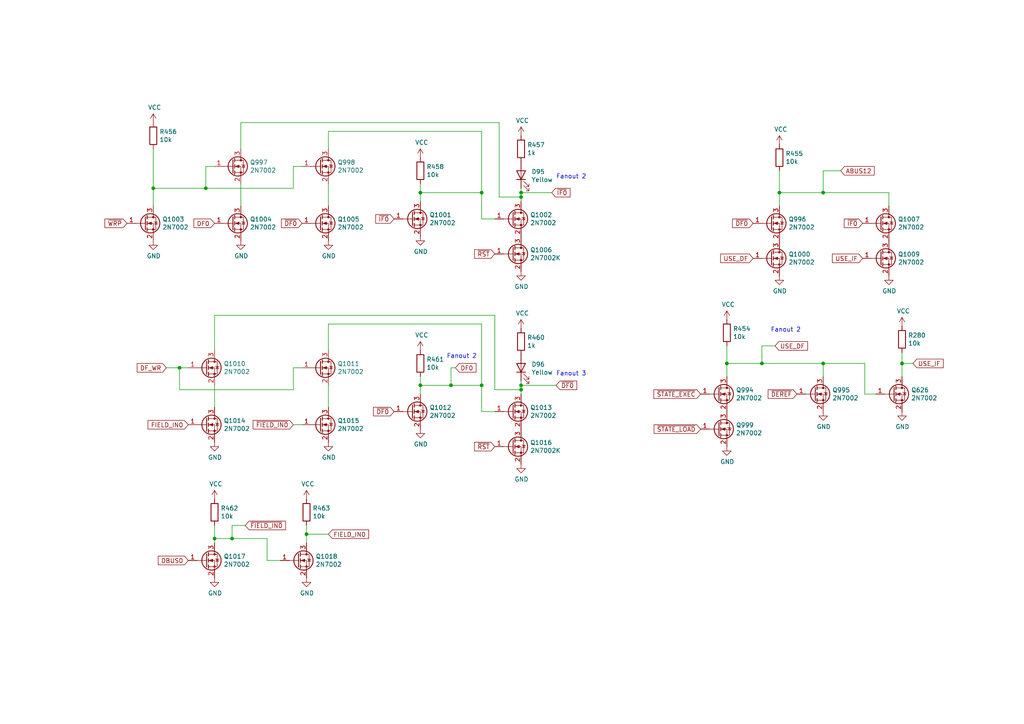
<source format=kicad_sch>
(kicad_sch (version 20230121) (generator eeschema)
  (paper "A4")
  (title_block (title "Q2 Computer") (date "2022-04-16") (rev "4c") (company "joewing.net"))
  (lib_symbols
    (symbol "Device:LED" (pin_numbers hide) (pin_names (offset 1.016) hide)
      (property "Reference" "D" (at 0 2.54 0))
      (property "Value" "LED" (at 0 -2.54 0))
      (symbol "LED_0_1"
        (polyline (pts (xy -1.27 -1.27) (xy -1.27 1.27)) (stroke (width 0.254)))
        (polyline (pts (xy -1.27 0) (xy 1.27 0)))
        (polyline (pts (xy 1.27 -1.27) (xy 1.27 1.27) (xy -1.27 0) (xy 1.27 -1.27)) (stroke (width 0.254)))
        (polyline (pts (xy -3.048 -0.762) (xy -4.572 -2.286) (xy -3.81 -2.286) (xy -4.572 -2.286) (xy -4.572 -1.524)))
        (polyline (pts (xy -1.778 -0.762) (xy -3.302 -2.286) (xy -2.54 -2.286) (xy -3.302 -2.286) (xy -3.302 -1.524)))
      )
      (symbol "LED_1_1"
        (pin passive line (at -3.81 0 0) (length 2.54) (name "K") (number "1"))
        (pin passive line (at 3.81 0 180) (length 2.54) (name "A") (number "2"))
      )
    )
    (symbol "Device:R" (pin_numbers hide) (pin_names (offset 0))
      (property "Reference" "R" (at 2.032 0 90))
      (property "Value" "R" (at 0 0 90))
      (symbol "R_0_1"
        (rectangle (start -1.016 -2.54) (end 1.016 2.54) (stroke (width 0.254)))
      )
      (symbol "R_1_1"
        (pin passive line (at 0 3.81 270) (length 1.27) (name "~") (number "1"))
        (pin passive line (at 0 -3.81 90) (length 1.27) (name "~") (number "2"))
      )
    )
    (symbol "Transistor_FET:2N7002" (pin_names hide)
      (property "Reference" "Q" (at 5.08 1.905 0))
      (property "Value" "2N7002" (at 5.08 0 0))
      (symbol "2N7002_0_1"
        (polyline (pts (xy 0.254 0) (xy -2.54 0)))
        (polyline (pts (xy 0.254 1.905) (xy 0.254 -1.905)) (stroke (width 0.254)))
        (polyline (pts (xy 0.762 -1.27) (xy 0.762 -2.286)) (stroke (width 0.254)))
        (polyline (pts (xy 0.762 0.508) (xy 0.762 -0.508)) (stroke (width 0.254)))
        (polyline (pts (xy 0.762 2.286) (xy 0.762 1.27)) (stroke (width 0.254)))
        (polyline (pts (xy 2.54 2.54) (xy 2.54 1.778)))
        (polyline (pts (xy 2.54 -2.54) (xy 2.54 0) (xy 0.762 0)))
        (polyline (pts (xy 0.762 -1.778) (xy 3.302 -1.778) (xy 3.302 1.778) (xy 0.762 1.778)))
        (polyline (pts (xy 1.016 0) (xy 2.032 0.381) (xy 2.032 -0.381) (xy 1.016 0)) (fill (type outline)))
        (polyline (pts (xy 2.794 0.508) (xy 2.921 0.381) (xy 3.683 0.381) (xy 3.81 0.254)))
        (polyline (pts (xy 3.302 0.381) (xy 2.921 -0.254) (xy 3.683 -0.254) (xy 3.302 0.381)))
        (circle (center 1.651 0) (radius 2.794) (stroke (width 0.254)))
        (circle (center 2.54 -1.778) (radius 0.254) (fill (type outline)))
        (circle (center 2.54 1.778) (radius 0.254) (fill (type outline)))
      )
      (symbol "2N7002_1_1"
        (pin input line (at -5.08 0 0) (length 2.54) (name "G") (number "1"))
        (pin passive line (at 2.54 -5.08 90) (length 2.54) (name "S") (number "2"))
        (pin passive line (at 2.54 5.08 270) (length 2.54) (name "D") (number "3"))
      )
    )
    (symbol "power:GND" (power) (pin_names (offset 0))
      (property "Value" "GND" (at 0 -3.81 0))
      (symbol "GND_0_1"
        (polyline (pts (xy 0 0) (xy 0 -1.27) (xy 1.27 -1.27) (xy 0 -2.54) (xy -1.27 -1.27) (xy 0 -1.27)))
      )
      (symbol "GND_1_1"
        (pin power_in line (at 0 0 270) (length 0) hide (name "GND") (number "1"))
      )
    )
    (symbol "power:VCC" (power) (pin_names (offset 0))
      (property "Value" "VCC" (at 0 3.81 0))
      (symbol "VCC_0_1"
        (polyline (pts (xy -0.762 1.27) (xy 0 2.54)))
        (polyline (pts (xy 0 0) (xy 0 2.54)))
        (polyline (pts (xy 0 2.54) (xy 0.762 1.27)))
      )
      (symbol "VCC_1_1"
        (pin power_in line (at 0 0 90) (length 0) hide (name "VCC") (number "1"))
      )
    )
  )
  (junction (at 67.31 156.21))
  (junction (at 59.69 54.61))
  (junction (at 88.9 154.94))
  (junction (at 151.13 111.76))
  (junction (at 238.76 105.41))
  (junction (at 121.92 111.76))
  (junction (at 130.81 111.76))
  (junction (at 151.13 113.03))
  (junction (at 151.13 55.88))
  (junction (at 238.76 55.88))
  (junction (at 261.62 105.41))
  (junction (at 139.7 55.88))
  (junction (at 52.07 106.68))
  (junction (at 44.45 54.61))
  (junction (at 151.13 57.15))
  (junction (at 210.82 105.41))
  (junction (at 62.23 156.21))
  (junction (at 226.06 55.88))
  (junction (at 220.98 105.41))
  (junction (at 121.92 55.88))
  (junction (at 139.7 111.76))
  (wire (pts (xy 95.25 59.69) (xy 95.25 53.34)))
  (wire (pts (xy 238.76 105.41) (xy 238.76 109.22)))
  (wire (pts (xy 210.82 100.33) (xy 210.82 105.41)))
  (wire (pts (xy 139.7 111.76) (xy 130.81 111.76)))
  (wire (pts (xy 151.13 55.88) (xy 151.13 57.15)))
  (wire (pts (xy 59.69 54.61) (xy 85.09 54.61)))
  (wire (pts (xy 226.06 55.88) (xy 226.06 59.69)))
  (wire (pts (xy 139.7 93.98) (xy 139.7 111.76)))
  (wire (pts (xy 143.51 91.44) (xy 143.51 113.03)))
  (wire (pts (xy 143.51 113.03) (xy 151.13 113.03)))
  (wire (pts (xy 151.13 110.49) (xy 151.13 111.76)))
  (wire (pts (xy 143.51 119.38) (xy 139.7 119.38)))
  (wire (pts (xy 261.62 105.41) (xy 264.795 105.41)))
  (wire (pts (xy 85.09 48.26) (xy 87.63 48.26)))
  (wire (pts (xy 62.23 101.6) (xy 62.23 91.44)))
  (wire (pts (xy 121.92 53.34) (xy 121.92 55.88)))
  (wire (pts (xy 44.45 43.18) (xy 44.45 54.61)))
  (wire (pts (xy 95.25 118.11) (xy 95.25 111.76)))
  (wire (pts (xy 143.51 63.5) (xy 139.7 63.5)))
  (wire (pts (xy 139.7 63.5) (xy 139.7 55.88)))
  (wire (pts (xy 121.92 109.22) (xy 121.92 111.76)))
  (wire (pts (xy 69.85 35.56) (xy 144.78 35.56)))
  (wire (pts (xy 62.23 111.76) (xy 62.23 118.11)))
  (wire (pts (xy 121.92 55.88) (xy 121.92 58.42)))
  (wire (pts (xy 144.78 35.56) (xy 144.78 57.15)))
  (wire (pts (xy 95.25 154.94) (xy 88.9 154.94)))
  (wire (pts (xy 77.47 162.56) (xy 77.47 156.21)))
  (wire (pts (xy 139.7 38.1) (xy 139.7 55.88)))
  (wire (pts (xy 238.76 49.53) (xy 238.76 55.88)))
  (wire (pts (xy 220.98 105.41) (xy 238.76 105.41)))
  (wire (pts (xy 161.29 111.76) (xy 151.13 111.76)))
  (wire (pts (xy 71.12 152.4) (xy 67.31 152.4)))
  (wire (pts (xy 160.02 55.88) (xy 151.13 55.88)))
  (wire (pts (xy 261.62 105.41) (xy 261.62 109.22)))
  (wire (pts (xy 69.85 43.18) (xy 69.85 35.56)))
  (wire (pts (xy 151.13 111.76) (xy 151.13 113.03)))
  (wire (pts (xy 59.69 48.26) (xy 62.23 48.26)))
  (wire (pts (xy 243.84 49.53) (xy 238.76 49.53)))
  (wire (pts (xy 250.825 105.41) (xy 238.76 105.41)))
  (wire (pts (xy 81.28 162.56) (xy 77.47 162.56)))
  (wire (pts (xy 132.08 106.68) (xy 130.81 106.68)))
  (wire (pts (xy 95.25 43.18) (xy 95.25 38.1)))
  (wire (pts (xy 95.25 93.98) (xy 139.7 93.98)))
  (wire (pts (xy 139.7 119.38) (xy 139.7 111.76)))
  (wire (pts (xy 121.92 111.76) (xy 121.92 114.3)))
  (wire (pts (xy 62.23 156.21) (xy 62.23 157.48)))
  (wire (pts (xy 226.06 55.88) (xy 238.76 55.88)))
  (wire (pts (xy 85.09 106.68) (xy 87.63 106.68)))
  (wire (pts (xy 48.26 106.68) (xy 52.07 106.68)))
  (wire (pts (xy 85.09 54.61) (xy 85.09 48.26)))
  (wire (pts (xy 254 114.3) (xy 250.825 114.3)))
  (wire (pts (xy 261.62 102.235) (xy 261.62 105.41)))
  (wire (pts (xy 87.63 123.19) (xy 85.09 123.19)))
  (wire (pts (xy 226.06 49.53) (xy 226.06 55.88)))
  (wire (pts (xy 95.25 101.6) (xy 95.25 93.98)))
  (wire (pts (xy 151.13 57.15) (xy 151.13 58.42)))
  (wire (pts (xy 151.13 113.03) (xy 151.13 114.3)))
  (wire (pts (xy 52.07 113.03) (xy 85.09 113.03)))
  (wire (pts (xy 130.81 106.68) (xy 130.81 111.76)))
  (wire (pts (xy 220.98 100.33) (xy 220.98 105.41)))
  (wire (pts (xy 88.9 154.94) (xy 88.9 157.48)))
  (wire (pts (xy 77.47 156.21) (xy 67.31 156.21)))
  (wire (pts (xy 52.07 106.68) (xy 54.61 106.68)))
  (wire (pts (xy 144.78 57.15) (xy 151.13 57.15)))
  (wire (pts (xy 85.09 113.03) (xy 85.09 106.68)))
  (wire (pts (xy 130.81 111.76) (xy 121.92 111.76)))
  (wire (pts (xy 224.79 100.33) (xy 220.98 100.33)))
  (wire (pts (xy 59.69 54.61) (xy 44.45 54.61)))
  (wire (pts (xy 67.31 152.4) (xy 67.31 156.21)))
  (wire (pts (xy 69.85 53.34) (xy 69.85 59.69)))
  (wire (pts (xy 210.82 105.41) (xy 220.98 105.41)))
  (wire (pts (xy 44.45 54.61) (xy 44.45 59.69)))
  (wire (pts (xy 250.825 114.3) (xy 250.825 105.41)))
  (wire (pts (xy 67.31 156.21) (xy 62.23 156.21)))
  (wire (pts (xy 151.13 54.61) (xy 151.13 55.88)))
  (wire (pts (xy 88.9 152.4) (xy 88.9 154.94)))
  (wire (pts (xy 52.07 106.68) (xy 52.07 113.03)))
  (wire (pts (xy 59.69 48.26) (xy 59.69 54.61)))
  (wire (pts (xy 62.23 91.44) (xy 143.51 91.44)))
  (wire (pts (xy 238.76 55.88) (xy 257.81 55.88)))
  (wire (pts (xy 210.82 105.41) (xy 210.82 109.22)))
  (wire (pts (xy 95.25 38.1) (xy 139.7 38.1)))
  (wire (pts (xy 121.92 55.88) (xy 139.7 55.88)))
  (wire (pts (xy 62.23 152.4) (xy 62.23 156.21)))
  (wire (pts (xy 257.81 55.88) (xy 257.81 59.69)))
  (text "Fanout 2" (at 223.52 96.52 0) (effects (font (size 1.27 1.27)) (justify left bottom)))
  (text "Fanout 2" (at 129.54 104.14 0) (effects (font (size 1.27 1.27)) (justify left bottom)))
  (text "Fanout 3" (at 161.29 109.22 0) (effects (font (size 1.27 1.27)) (justify left bottom)))
  (text "Fanout 2" (at 161.29 52.07 0) (effects (font (size 1.27 1.27)) (justify left bottom)))
  (global_label "~{DEREF}" (shape input) (at 231.14 114.3 180) (property "Intersheetrefs" "${INTERSHEET_REFS}" (effects hide)))
  (global_label "~{IF0}" (shape input) (at 114.3 63.5 180) (property "Intersheetrefs" "${INTERSHEET_REFS}" (effects hide)))
  (global_label "FIELD_IN0" (shape input) (at 54.61 123.19 180) (property "Intersheetrefs" "${INTERSHEET_REFS}" (effects hide)))
  (global_label "~{FIELD_IN0}" (shape input) (at 85.09 123.19 180) (property "Intersheetrefs" "${INTERSHEET_REFS}" (effects hide)))
  (global_label "USE_DF" (shape input) (at 218.44 74.93 180) (property "Intersheetrefs" "${INTERSHEET_REFS}" (effects hide)))
  (global_label "DF0" (shape input) (at 132.08 106.68 0) (property "Intersheetrefs" "${INTERSHEET_REFS}" (effects hide)))
  (global_label "USE_DF" (shape input) (at 224.79 100.33 0) (property "Intersheetrefs" "${INTERSHEET_REFS}" (effects hide)))
  (global_label "FIELD_IN0" (shape input) (at 95.25 154.94 0) (property "Intersheetrefs" "${INTERSHEET_REFS}" (effects hide)))
  (global_label "~{FIELD_IN0}" (shape input) (at 71.12 152.4 0) (property "Intersheetrefs" "${INTERSHEET_REFS}" (effects hide)))
  (global_label "DF_WR" (shape input) (at 48.26 106.68 180) (property "Intersheetrefs" "${INTERSHEET_REFS}" (effects hide)))
  (global_label "~{DF0}" (shape input) (at 218.44 64.77 180) (property "Intersheetrefs" "${INTERSHEET_REFS}" (effects hide)))
  (global_label "~{WRP}" (shape input) (at 36.83 64.77 180) (property "Intersheetrefs" "${INTERSHEET_REFS}" (effects hide)))
  (global_label "~{RST}" (shape input) (at 143.51 73.66 180) (property "Intersheetrefs" "${INTERSHEET_REFS}" (effects hide)))
  (global_label "~{DF0}" (shape input) (at 114.3 119.38 180) (property "Intersheetrefs" "${INTERSHEET_REFS}" (effects hide)))
  (global_label "USE_IF" (shape input) (at 250.19 74.93 180) (property "Intersheetrefs" "${INTERSHEET_REFS}" (effects hide)))
  (global_label "~{DF0}" (shape input) (at 161.29 111.76 0) (property "Intersheetrefs" "${INTERSHEET_REFS}" (effects hide)))
  (global_label "DBUS0" (shape input) (at 54.61 162.56 180) (property "Intersheetrefs" "${INTERSHEET_REFS}" (effects hide)))
  (global_label "~{STATE_LOAD}" (shape input) (at 203.2 124.46 180) (property "Intersheetrefs" "${INTERSHEET_REFS}" (effects hide)))
  (global_label "DF0" (shape input) (at 62.23 64.77 180) (property "Intersheetrefs" "${INTERSHEET_REFS}" (effects hide)))
  (global_label "~{IF0}" (shape input) (at 160.02 55.88 0) (property "Intersheetrefs" "${INTERSHEET_REFS}" (effects hide)))
  (global_label "ABUS12" (shape input) (at 243.84 49.53 0) (property "Intersheetrefs" "${INTERSHEET_REFS}" (effects hide)))
  (global_label "USE_IF" (shape input) (at 264.795 105.41 0) (property "Intersheetrefs" "${INTERSHEET_REFS}" (effects hide)))
  (global_label "~{RST}" (shape input) (at 143.51 129.54 180) (property "Intersheetrefs" "${INTERSHEET_REFS}" (effects hide)))
  (global_label "~{STATE_EXEC}" (shape input) (at 203.2 114.3 180) (property "Intersheetrefs" "${INTERSHEET_REFS}" (effects hide)))
  (global_label "~{DF0}" (shape input) (at 87.63 64.77 180) (property "Intersheetrefs" "${INTERSHEET_REFS}" (effects hide)))
  (global_label "~{IF0}" (shape input) (at 250.19 64.77 180) (property "Intersheetrefs" "${INTERSHEET_REFS}" (effects hide)))
  (symbol (lib_id "Device:R") (at 226.06 45.72 0) (unit 1)
    (property "Reference" "R455" (at 227.838 44.5516 0) (effects (justify left)))
    (property "Value" "10k" (at 227.838 46.863 0) (effects (justify left)))
    (property "Footprint" "Resistor_SMD:R_0603_1608Metric" (effects hide))
    (property "LCSC" "C25804" (effects hide))
    (property "Manufacturer" "UNI-ROYAL(Uniroyal Elec)" (effects hide))
    (property "Part Number" "0603WAF1002T5E" (effects hide))
    (property "Package" "0603" (effects hide))
    (property "Type" "SMD" (effects hide))
  )
  (symbol (lib_id "power:VCC") (at 226.06 41.91 0) (unit 1)
    (property "Reference" "#PWR0891" (effects hide))
    (property "Value" "VCC" (at 226.441 37.5158 0))
  )
  (symbol (lib_id "Transistor_FET:2N7002") (at 119.38 63.5 0) (unit 1)
    (property "Reference" "Q1001" (at 124.5616 62.3316 0) (effects (justify left)))
    (property "Value" "2N7002" (at 124.5616 64.643 0) (effects (justify left)))
    (property "Footprint" "Package_TO_SOT_SMD:SOT-23" (effects hide))
    (property "LCSC" "C181083" (effects hide))
    (property "Manufacturer" "Guangdong Hottech" (effects hide))
    (property "Part Number" "2N7002" (effects hide))
    (property "Package" "SOT-23" (effects hide))
    (property "Type" "SMD" (effects hide))
  )
  (symbol (lib_id "Transistor_FET:2N7002") (at 148.59 63.5 0) (unit 1)
    (property "Reference" "Q1002" (at 153.7716 62.3316 0) (effects (justify left)))
    (property "Value" "2N7002" (at 153.7716 64.643 0) (effects (justify left)))
    (property "Footprint" "Package_TO_SOT_SMD:SOT-23" (effects hide))
    (property "LCSC" "C181083" (effects hide))
    (property "Manufacturer" "Guangdong Hottech" (effects hide))
    (property "Part Number" "2N7002" (effects hide))
    (property "Package" "SOT-23" (effects hide))
    (property "Type" "SMD" (effects hide))
  )
  (symbol (lib_id "power:GND") (at 121.92 68.58 0) (unit 1)
    (property "Reference" "#PWR0898" (effects hide))
    (property "Value" "GND" (at 122.047 72.9742 0))
  )
  (symbol (lib_id "Device:R") (at 121.92 49.53 0) (unit 1)
    (property "Reference" "R458" (at 123.698 48.3616 0) (effects (justify left)))
    (property "Value" "10k" (at 123.698 50.673 0) (effects (justify left)))
    (property "Footprint" "Resistor_SMD:R_0603_1608Metric" (effects hide))
    (property "LCSC" "C25804" (effects hide))
    (property "Manufacturer" "UNI-ROYAL(Uniroyal Elec)" (effects hide))
    (property "Part Number" "0603WAF1002T5E" (effects hide))
    (property "Package" "0603" (effects hide))
    (property "Type" "SMD" (effects hide))
  )
  (symbol (lib_id "power:VCC") (at 121.92 45.72 0) (unit 1)
    (property "Reference" "#PWR0895" (effects hide))
    (property "Value" "VCC" (at 122.301 41.3258 0))
  )
  (symbol (lib_id "Device:LED") (at 151.13 50.8 90) (unit 1)
    (property "Reference" "D95" (at 154.1272 49.8094 90) (effects (justify right)))
    (property "Value" "Yellow" (at 154.1272 52.1208 90) (effects (justify right)))
    (property "Footprint" "LED_SMD:LED_0805_2012Metric" (effects hide))
    (property "LCSC" "C2296" (effects hide))
    (property "Manufacturer" "Hubei KENTO Elec" (effects hide))
    (property "Part Number" "17-21SUYC/TR8" (effects hide))
    (property "Package" "0805" (effects hide))
    (property "Type" "SMD" (effects hide))
  )
  (symbol (lib_id "Device:R") (at 151.13 43.18 0) (unit 1)
    (property "Reference" "R457" (at 152.908 42.0116 0) (effects (justify left)))
    (property "Value" "1k" (at 152.908 44.323 0) (effects (justify left)))
    (property "Footprint" "Resistor_SMD:R_0603_1608Metric" (effects hide))
    (property "LCSC" "C21190" (effects hide))
    (property "Manufacturer" "UNI-ROYAL(Uniroyal Elec)" (effects hide))
    (property "Part Number" "0603WAF1001T5E" (effects hide))
    (property "Package" "0603" (effects hide))
    (property "Type" "SMD" (effects hide))
  )
  (symbol (lib_id "power:VCC") (at 151.13 39.37 0) (unit 1)
    (property "Reference" "#PWR0893" (effects hide))
    (property "Value" "VCC" (at 151.511 34.9758 0))
  )
  (symbol (lib_id "Transistor_FET:2N7002") (at 148.59 73.66 0) (unit 1)
    (property "Reference" "Q1006" (at 153.7716 72.4916 0) (effects (justify left)))
    (property "Value" "2N7002K" (at 153.7716 74.803 0) (effects (justify left)))
    (property "Footprint" "Package_TO_SOT_SMD:SOT-23" (effects hide))
    (property "LCSC" "C181083" (effects hide))
    (property "Manufacturer" "Guangdong Hottech" (effects hide))
    (property "Part Number" "2N7002K" (effects hide))
    (property "Package" "SOT-23" (effects hide))
    (property "Type" "SMD" (effects hide))
  )
  (symbol (lib_id "power:GND") (at 151.13 78.74 0) (unit 1)
    (property "Reference" "#PWR0903" (effects hide))
    (property "Value" "GND" (at 151.257 83.1342 0))
  )
  (symbol (lib_id "Transistor_FET:2N7002") (at 41.91 64.77 0) (unit 1)
    (property "Reference" "Q1003" (at 47.0916 63.6016 0) (effects (justify left)))
    (property "Value" "2N7002" (at 47.0916 65.913 0) (effects (justify left)))
    (property "Footprint" "Package_TO_SOT_SMD:SOT-23" (effects hide))
    (property "LCSC" "C181083" (effects hide))
    (property "Manufacturer" "Guangdong Hottech" (effects hide))
    (property "Part Number" "2N7002" (effects hide))
    (property "Package" "SOT-23" (effects hide))
    (property "Type" "SMD" (effects hide))
  )
  (symbol (lib_id "Transistor_FET:2N7002") (at 67.31 64.77 0) (unit 1)
    (property "Reference" "Q1004" (at 72.4916 63.6016 0) (effects (justify left)))
    (property "Value" "2N7002" (at 72.4916 65.913 0) (effects (justify left)))
    (property "Footprint" "Package_TO_SOT_SMD:SOT-23" (effects hide))
    (property "LCSC" "C181083" (effects hide))
    (property "Manufacturer" "Guangdong Hottech" (effects hide))
    (property "Part Number" "2N7002" (effects hide))
    (property "Package" "SOT-23" (effects hide))
    (property "Type" "SMD" (effects hide))
  )
  (symbol (lib_id "Transistor_FET:2N7002") (at 236.22 114.3 0) (unit 1)
    (property "Reference" "Q995" (at 241.4016 113.1316 0) (effects (justify left)))
    (property "Value" "2N7002" (at 241.4016 115.443 0) (effects (justify left)))
    (property "Footprint" "Package_TO_SOT_SMD:SOT-23" (effects hide))
    (property "LCSC" "C181083" (effects hide))
    (property "Manufacturer" "Guangdong Hottech" (effects hide))
    (property "Part Number" "2N7002" (effects hide))
    (property "Package" "SOT-23" (effects hide))
    (property "Type" "SMD" (effects hide))
  )
  (symbol (lib_id "power:GND") (at 44.45 69.85 0) (unit 1)
    (property "Reference" "#PWR0899" (effects hide))
    (property "Value" "GND" (at 44.577 74.2442 0))
  )
  (symbol (lib_id "power:GND") (at 69.85 69.85 0) (unit 1)
    (property "Reference" "#PWR0900" (effects hide))
    (property "Value" "GND" (at 69.977 74.2442 0))
  )
  (symbol (lib_id "Transistor_FET:2N7002") (at 92.71 64.77 0) (unit 1)
    (property "Reference" "Q1005" (at 97.8916 63.6016 0) (effects (justify left)))
    (property "Value" "2N7002" (at 97.8916 65.913 0) (effects (justify left)))
    (property "Footprint" "Package_TO_SOT_SMD:SOT-23" (effects hide))
    (property "LCSC" "C181083" (effects hide))
    (property "Manufacturer" "Guangdong Hottech" (effects hide))
    (property "Part Number" "2N7002" (effects hide))
    (property "Package" "SOT-23" (effects hide))
    (property "Type" "SMD" (effects hide))
  )
  (symbol (lib_id "power:GND") (at 95.25 69.85 0) (unit 1)
    (property "Reference" "#PWR0901" (effects hide))
    (property "Value" "GND" (at 95.377 74.2442 0))
  )
  (symbol (lib_id "Transistor_FET:2N7002") (at 67.31 48.26 0) (unit 1)
    (property "Reference" "Q997" (at 72.4916 47.0916 0) (effects (justify left)))
    (property "Value" "2N7002" (at 72.4916 49.403 0) (effects (justify left)))
    (property "Footprint" "Package_TO_SOT_SMD:SOT-23" (effects hide))
    (property "LCSC" "C181083" (effects hide))
    (property "Manufacturer" "Guangdong Hottech" (effects hide))
    (property "Part Number" "2N7002" (effects hide))
    (property "Package" "SOT-23" (effects hide))
    (property "Type" "SMD" (effects hide))
  )
  (symbol (lib_id "Transistor_FET:2N7002") (at 92.71 48.26 0) (unit 1)
    (property "Reference" "Q998" (at 97.8916 47.0916 0) (effects (justify left)))
    (property "Value" "2N7002" (at 97.8916 49.403 0) (effects (justify left)))
    (property "Footprint" "Package_TO_SOT_SMD:SOT-23" (effects hide))
    (property "LCSC" "C181083" (effects hide))
    (property "Manufacturer" "Guangdong Hottech" (effects hide))
    (property "Part Number" "2N7002" (effects hide))
    (property "Package" "SOT-23" (effects hide))
    (property "Type" "SMD" (effects hide))
  )
  (symbol (lib_id "Device:R") (at 44.45 39.37 0) (unit 1)
    (property "Reference" "R456" (at 46.228 38.2016 0) (effects (justify left)))
    (property "Value" "10k" (at 46.228 40.513 0) (effects (justify left)))
    (property "Footprint" "Resistor_SMD:R_0603_1608Metric" (effects hide))
    (property "LCSC" "C25804" (effects hide))
    (property "Manufacturer" "UNI-ROYAL(Uniroyal Elec)" (effects hide))
    (property "Part Number" "0603WAF1002T5E" (effects hide))
    (property "Package" "0603" (effects hide))
    (property "Type" "SMD" (effects hide))
  )
  (symbol (lib_id "power:VCC") (at 44.45 35.56 0) (unit 1)
    (property "Reference" "#PWR0892" (effects hide))
    (property "Value" "VCC" (at 44.831 31.1658 0))
  )
  (symbol (lib_id "power:GND") (at 238.76 119.38 0) (unit 1)
    (property "Reference" "#PWR0894" (effects hide))
    (property "Value" "GND" (at 238.887 123.7742 0))
  )
  (symbol (lib_id "Transistor_FET:2N7002") (at 119.38 119.38 0) (unit 1)
    (property "Reference" "Q1012" (at 124.5616 118.2116 0) (effects (justify left)))
    (property "Value" "2N7002" (at 124.5616 120.523 0) (effects (justify left)))
    (property "Footprint" "Package_TO_SOT_SMD:SOT-23" (effects hide))
    (property "LCSC" "C181083" (effects hide))
    (property "Manufacturer" "Guangdong Hottech" (effects hide))
    (property "Part Number" "2N7002" (effects hide))
    (property "Package" "SOT-23" (effects hide))
    (property "Type" "SMD" (effects hide))
  )
  (symbol (lib_id "Transistor_FET:2N7002") (at 148.59 119.38 0) (unit 1)
    (property "Reference" "Q1013" (at 153.7716 118.2116 0) (effects (justify left)))
    (property "Value" "2N7002" (at 153.7716 120.523 0) (effects (justify left)))
    (property "Footprint" "Package_TO_SOT_SMD:SOT-23" (effects hide))
    (property "LCSC" "C181083" (effects hide))
    (property "Manufacturer" "Guangdong Hottech" (effects hide))
    (property "Part Number" "2N7002" (effects hide))
    (property "Package" "SOT-23" (effects hide))
    (property "Type" "SMD" (effects hide))
  )
  (symbol (lib_id "power:GND") (at 121.92 124.46 0) (unit 1)
    (property "Reference" "#PWR0908" (effects hide))
    (property "Value" "GND" (at 122.047 128.8542 0))
  )
  (symbol (lib_id "Device:R") (at 121.92 105.41 0) (unit 1)
    (property "Reference" "R461" (at 123.698 104.2416 0) (effects (justify left)))
    (property "Value" "10k" (at 123.698 106.553 0) (effects (justify left)))
    (property "Footprint" "Resistor_SMD:R_0603_1608Metric" (effects hide))
    (property "LCSC" "C25804" (effects hide))
    (property "Manufacturer" "UNI-ROYAL(Uniroyal Elec)" (effects hide))
    (property "Part Number" "0603WAF1002T5E" (effects hide))
    (property "Package" "0603" (effects hide))
    (property "Type" "SMD" (effects hide))
  )
  (symbol (lib_id "power:VCC") (at 121.92 101.6 0) (unit 1)
    (property "Reference" "#PWR0906" (effects hide))
    (property "Value" "VCC" (at 122.301 97.2058 0))
  )
  (symbol (lib_id "Device:LED") (at 151.13 106.68 90) (unit 1)
    (property "Reference" "D96" (at 154.1272 105.6894 90) (effects (justify right)))
    (property "Value" "Yellow" (at 154.1272 108.0008 90) (effects (justify right)))
    (property "Footprint" "LED_SMD:LED_0805_2012Metric" (effects hide))
    (property "LCSC" "C2296" (effects hide))
    (property "Manufacturer" "Hubei KENTO Elec" (effects hide))
    (property "Part Number" "17-21SUYC/TR8" (effects hide))
    (property "Package" "0805" (effects hide))
    (property "Type" "SMD" (effects hide))
  )
  (symbol (lib_id "Device:R") (at 151.13 99.06 0) (unit 1)
    (property "Reference" "R460" (at 152.908 97.8916 0) (effects (justify left)))
    (property "Value" "1k" (at 152.908 100.203 0) (effects (justify left)))
    (property "Footprint" "Resistor_SMD:R_0603_1608Metric" (effects hide))
    (property "LCSC" "C21190" (effects hide))
    (property "Manufacturer" "UNI-ROYAL(Uniroyal Elec)" (effects hide))
    (property "Part Number" "0603WAF1001T5E" (effects hide))
    (property "Package" "0603" (effects hide))
    (property "Type" "SMD" (effects hide))
  )
  (symbol (lib_id "power:VCC") (at 151.13 95.25 0) (unit 1)
    (property "Reference" "#PWR0904" (effects hide))
    (property "Value" "VCC" (at 151.511 90.8558 0))
  )
  (symbol (lib_id "Transistor_FET:2N7002") (at 148.59 129.54 0) (unit 1)
    (property "Reference" "Q1016" (at 153.7716 128.3716 0) (effects (justify left)))
    (property "Value" "2N7002K" (at 153.7716 130.683 0) (effects (justify left)))
    (property "Footprint" "Package_TO_SOT_SMD:SOT-23" (effects hide))
    (property "LCSC" "C181083" (effects hide))
    (property "Manufacturer" "Guangdong Hottech" (effects hide))
    (property "Part Number" "2N7002K" (effects hide))
    (property "Package" "SOT-23" (effects hide))
    (property "Type" "SMD" (effects hide))
  )
  (symbol (lib_id "power:GND") (at 151.13 134.62 0) (unit 1)
    (property "Reference" "#PWR0911" (effects hide))
    (property "Value" "GND" (at 151.257 139.0142 0))
  )
  (symbol (lib_id "Transistor_FET:2N7002") (at 59.69 162.56 0) (unit 1)
    (property "Reference" "Q1017" (at 64.8716 161.3916 0) (effects (justify left)))
    (property "Value" "2N7002" (at 64.8716 163.703 0) (effects (justify left)))
    (property "Footprint" "Package_TO_SOT_SMD:SOT-23" (effects hide))
    (property "LCSC" "C181083" (effects hide))
    (property "Manufacturer" "Guangdong Hottech" (effects hide))
    (property "Part Number" "2N7002" (effects hide))
    (property "Package" "SOT-23" (effects hide))
    (property "Type" "SMD" (effects hide))
  )
  (symbol (lib_id "power:GND") (at 62.23 167.64 0) (unit 1)
    (property "Reference" "#PWR0914" (effects hide))
    (property "Value" "GND" (at 62.357 172.0342 0))
  )
  (symbol (lib_id "Transistor_FET:2N7002") (at 92.71 123.19 0) (unit 1)
    (property "Reference" "Q1015" (at 97.8916 122.0216 0) (effects (justify left)))
    (property "Value" "2N7002" (at 97.8916 124.333 0) (effects (justify left)))
    (property "Footprint" "Package_TO_SOT_SMD:SOT-23" (effects hide))
    (property "LCSC" "C181083" (effects hide))
    (property "Manufacturer" "Guangdong Hottech" (effects hide))
    (property "Part Number" "2N7002" (effects hide))
    (property "Package" "SOT-23" (effects hide))
    (property "Type" "SMD" (effects hide))
  )
  (symbol (lib_id "power:GND") (at 95.25 128.27 0) (unit 1)
    (property "Reference" "#PWR0910" (effects hide))
    (property "Value" "GND" (at 95.377 132.6642 0))
  )
  (symbol (lib_id "Transistor_FET:2N7002") (at 59.69 106.68 0) (unit 1)
    (property "Reference" "Q1010" (at 64.8716 105.5116 0) (effects (justify left)))
    (property "Value" "2N7002" (at 64.8716 107.823 0) (effects (justify left)))
    (property "Footprint" "Package_TO_SOT_SMD:SOT-23" (effects hide))
    (property "LCSC" "C181083" (effects hide))
    (property "Manufacturer" "Guangdong Hottech" (effects hide))
    (property "Part Number" "2N7002" (effects hide))
    (property "Package" "SOT-23" (effects hide))
    (property "Type" "SMD" (effects hide))
  )
  (symbol (lib_id "Transistor_FET:2N7002") (at 92.71 106.68 0) (unit 1)
    (property "Reference" "Q1011" (at 97.8916 105.5116 0) (effects (justify left)))
    (property "Value" "2N7002" (at 97.8916 107.823 0) (effects (justify left)))
    (property "Footprint" "Package_TO_SOT_SMD:SOT-23" (effects hide))
    (property "LCSC" "C181083" (effects hide))
    (property "Manufacturer" "Guangdong Hottech" (effects hide))
    (property "Part Number" "2N7002" (effects hide))
    (property "Package" "SOT-23" (effects hide))
    (property "Type" "SMD" (effects hide))
  )
  (symbol (lib_id "Transistor_FET:2N7002") (at 255.27 64.77 0) (unit 1)
    (property "Reference" "Q1007" (at 260.4516 63.6016 0) (effects (justify left)))
    (property "Value" "2N7002" (at 260.4516 65.913 0) (effects (justify left)))
    (property "Footprint" "Package_TO_SOT_SMD:SOT-23" (effects hide))
    (property "LCSC" "C181083" (effects hide))
    (property "Manufacturer" "Guangdong Hottech" (effects hide))
    (property "Part Number" "2N7002" (effects hide))
    (property "Package" "SOT-23" (effects hide))
    (property "Type" "SMD" (effects hide))
  )
  (symbol (lib_id "Transistor_FET:2N7002") (at 208.28 114.3 0) (unit 1)
    (property "Reference" "Q994" (at 213.4616 113.1316 0) (effects (justify left)))
    (property "Value" "2N7002" (at 213.4616 115.443 0) (effects (justify left)))
    (property "Footprint" "Package_TO_SOT_SMD:SOT-23" (effects hide))
    (property "LCSC" "C181083" (effects hide))
    (property "Manufacturer" "Guangdong Hottech" (effects hide))
    (property "Part Number" "2N7002" (effects hide))
    (property "Package" "SOT-23" (effects hide))
    (property "Type" "SMD" (effects hide))
  )
  (symbol (lib_id "power:GND") (at 226.06 80.01 0) (unit 1)
    (property "Reference" "#PWR0897" (effects hide))
    (property "Value" "GND" (at 226.187 84.4042 0))
  )
  (symbol (lib_id "Transistor_FET:2N7002") (at 223.52 64.77 0) (unit 1)
    (property "Reference" "Q996" (at 228.7016 63.6016 0) (effects (justify left)))
    (property "Value" "2N7002" (at 228.7016 65.913 0) (effects (justify left)))
    (property "Footprint" "Package_TO_SOT_SMD:SOT-23" (effects hide))
    (property "LCSC" "C181083" (effects hide))
    (property "Manufacturer" "Guangdong Hottech" (effects hide))
    (property "Part Number" "2N7002" (effects hide))
    (property "Package" "SOT-23" (effects hide))
    (property "Type" "SMD" (effects hide))
  )
  (symbol (lib_id "Transistor_FET:2N7002") (at 223.52 74.93 0) (unit 1)
    (property "Reference" "Q1000" (at 228.7016 73.7616 0) (effects (justify left)))
    (property "Value" "2N7002" (at 228.7016 76.073 0) (effects (justify left)))
    (property "Footprint" "Package_TO_SOT_SMD:SOT-23" (effects hide))
    (property "LCSC" "C181083" (effects hide))
    (property "Manufacturer" "Guangdong Hottech" (effects hide))
    (property "Part Number" "2N7002" (effects hide))
    (property "Package" "SOT-23" (effects hide))
    (property "Type" "SMD" (effects hide))
  )
  (symbol (lib_id "Transistor_FET:2N7002") (at 255.27 74.93 0) (unit 1)
    (property "Reference" "Q1009" (at 260.4516 73.7616 0) (effects (justify left)))
    (property "Value" "2N7002" (at 260.4516 76.073 0) (effects (justify left)))
    (property "Footprint" "Package_TO_SOT_SMD:SOT-23" (effects hide))
    (property "LCSC" "C181083" (effects hide))
    (property "Manufacturer" "Guangdong Hottech" (effects hide))
    (property "Part Number" "2N7002" (effects hide))
    (property "Package" "SOT-23" (effects hide))
    (property "Type" "SMD" (effects hide))
  )
  (symbol (lib_id "power:GND") (at 257.81 80.01 0) (unit 1)
    (property "Reference" "#PWR0907" (effects hide))
    (property "Value" "GND" (at 257.937 84.4042 0))
  )
  (symbol (lib_id "Transistor_FET:2N7002") (at 86.36 162.56 0) (unit 1)
    (property "Reference" "Q1018" (at 91.5416 161.3916 0) (effects (justify left)))
    (property "Value" "2N7002" (at 91.5416 163.703 0) (effects (justify left)))
    (property "Footprint" "Package_TO_SOT_SMD:SOT-23" (effects hide))
    (property "LCSC" "C181083" (effects hide))
    (property "Manufacturer" "Guangdong Hottech" (effects hide))
    (property "Part Number" "2N7002" (effects hide))
    (property "Package" "SOT-23" (effects hide))
    (property "Type" "SMD" (effects hide))
  )
  (symbol (lib_id "Device:R") (at 62.23 148.59 0) (unit 1)
    (property "Reference" "R462" (at 64.008 147.4216 0) (effects (justify left)))
    (property "Value" "10k" (at 64.008 149.733 0) (effects (justify left)))
    (property "Footprint" "Resistor_SMD:R_0603_1608Metric" (effects hide))
    (property "LCSC" "C25804" (effects hide))
    (property "Manufacturer" "UNI-ROYAL(Uniroyal Elec)" (effects hide))
    (property "Part Number" "0603WAF1002T5E" (effects hide))
    (property "Package" "0603" (effects hide))
    (property "Type" "SMD" (effects hide))
  )
  (symbol (lib_id "power:VCC") (at 62.23 144.78 0) (unit 1)
    (property "Reference" "#PWR0912" (effects hide))
    (property "Value" "VCC" (at 62.611 140.3858 0))
  )
  (symbol (lib_id "Device:R") (at 88.9 148.59 0) (unit 1)
    (property "Reference" "R463" (at 90.678 147.4216 0) (effects (justify left)))
    (property "Value" "10k" (at 90.678 149.733 0) (effects (justify left)))
    (property "Footprint" "Resistor_SMD:R_0603_1608Metric" (effects hide))
    (property "LCSC" "C25804" (effects hide))
    (property "Manufacturer" "UNI-ROYAL(Uniroyal Elec)" (effects hide))
    (property "Part Number" "0603WAF1002T5E" (effects hide))
    (property "Package" "0603" (effects hide))
    (property "Type" "SMD" (effects hide))
  )
  (symbol (lib_id "power:VCC") (at 88.9 144.78 0) (unit 1)
    (property "Reference" "#PWR0913" (effects hide))
    (property "Value" "VCC" (at 89.281 140.3858 0))
  )
  (symbol (lib_id "power:GND") (at 88.9 167.64 0) (unit 1)
    (property "Reference" "#PWR0915" (effects hide))
    (property "Value" "GND" (at 89.027 172.0342 0))
  )
  (symbol (lib_id "Transistor_FET:2N7002") (at 59.69 123.19 0) (unit 1)
    (property "Reference" "Q1014" (at 64.8716 122.0216 0) (effects (justify left)))
    (property "Value" "2N7002" (at 64.8716 124.333 0) (effects (justify left)))
    (property "Footprint" "Package_TO_SOT_SMD:SOT-23" (effects hide))
    (property "LCSC" "C181083" (effects hide))
    (property "Manufacturer" "Guangdong Hottech" (effects hide))
    (property "Part Number" "2N7002" (effects hide))
    (property "Package" "SOT-23" (effects hide))
    (property "Type" "SMD" (effects hide))
  )
  (symbol (lib_id "power:GND") (at 62.23 128.27 0) (unit 1)
    (property "Reference" "#PWR0909" (effects hide))
    (property "Value" "GND" (at 62.357 132.6642 0))
  )
  (symbol (lib_id "Transistor_FET:2N7002") (at 208.28 124.46 0) (unit 1)
    (property "Reference" "Q999" (at 213.4616 123.2916 0) (effects (justify left)))
    (property "Value" "2N7002" (at 213.4616 125.603 0) (effects (justify left)))
    (property "Footprint" "Package_TO_SOT_SMD:SOT-23" (effects hide))
    (property "LCSC" "C181083" (effects hide))
    (property "Manufacturer" "Guangdong Hottech" (effects hide))
    (property "Part Number" "2N7002" (effects hide))
    (property "Package" "SOT-23" (effects hide))
    (property "Type" "SMD" (effects hide))
  )
  (symbol (lib_id "power:GND") (at 210.82 129.54 0) (unit 1)
    (property "Reference" "#PWR0896" (effects hide))
    (property "Value" "GND" (at 210.947 133.9342 0))
  )
  (symbol (lib_id "Device:R") (at 210.82 96.52 0) (unit 1)
    (property "Reference" "R454" (at 212.598 95.3516 0) (effects (justify left)))
    (property "Value" "10k" (at 212.598 97.663 0) (effects (justify left)))
    (property "Footprint" "Resistor_SMD:R_0603_1608Metric" (effects hide))
    (property "LCSC" "C25804" (effects hide))
    (property "Manufacturer" "UNI-ROYAL(Uniroyal Elec)" (effects hide))
    (property "Part Number" "0603WAF1002T5E" (effects hide))
    (property "Package" "0603" (effects hide))
    (property "Type" "SMD" (effects hide))
  )
  (symbol (lib_id "power:VCC") (at 210.82 92.71 0) (unit 1)
    (property "Reference" "#PWR0890" (effects hide))
    (property "Value" "VCC" (at 211.201 88.3158 0))
  )
  (symbol (lib_id "power:VCC") (at 261.62 94.615 0) (unit 1)
    (property "Reference" "#PWR0490" (effects hide))
    (property "Value" "VCC" (at 262.001 90.2208 0))
  )
  (symbol (lib_id "Device:R") (at 261.62 98.425 0) (unit 1)
    (property "Reference" "R280" (at 263.398 97.2566 0) (effects (justify left)))
    (property "Value" "10k" (at 263.398 99.568 0) (effects (justify left)))
    (property "Footprint" "Resistor_SMD:R_0603_1608Metric" (effects hide))
    (property "LCSC" "C25804" (effects hide))
    (property "Manufacturer" "UNI-ROYAL(Uniroyal Elec)" (effects hide))
    (property "Part Number" "0603WAF1002T5E" (effects hide))
    (property "Package" "0603" (effects hide))
    (property "Type" "SMD" (effects hide))
  )
  (symbol (lib_id "power:GND") (at 261.62 119.38 0) (unit 1)
    (property "Reference" "#PWR0491" (effects hide))
    (property "Value" "GND" (at 261.747 123.7742 0))
  )
  (symbol (lib_id "Transistor_FET:2N7002") (at 259.08 114.3 0) (unit 1)
    (property "Reference" "Q626" (at 264.2616 113.1316 0) (effects (justify left)))
    (property "Value" "2N7002" (at 264.2616 115.443 0) (effects (justify left)))
    (property "Footprint" "Package_TO_SOT_SMD:SOT-23" (effects hide))
    (property "LCSC" "C181083" (effects hide))
    (property "Manufacturer" "Guangdong Hottech" (effects hide))
    (property "Part Number" "2N7002" (effects hide))
    (property "Package" "SOT-23" (effects hide))
    (property "Type" "SMD" (effects hide))
  )
)
</source>
